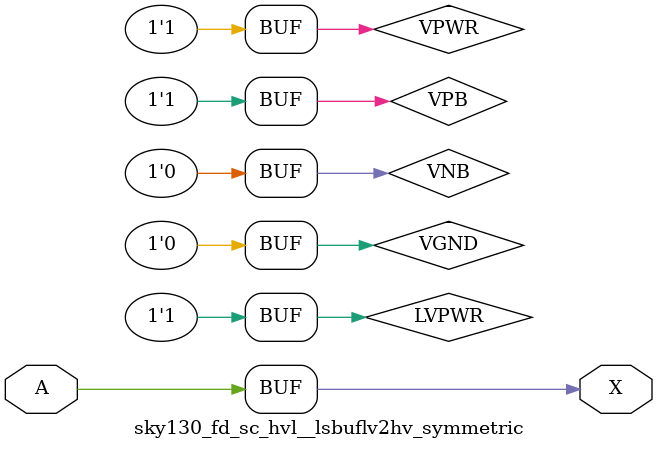
<source format=v>
/*
 * Copyright 2020 The SkyWater PDK Authors
 *
 * Licensed under the Apache License, Version 2.0 (the "License");
 * you may not use this file except in compliance with the License.
 * You may obtain a copy of the License at
 *
 *     https://www.apache.org/licenses/LICENSE-2.0
 *
 * Unless required by applicable law or agreed to in writing, software
 * distributed under the License is distributed on an "AS IS" BASIS,
 * WITHOUT WARRANTIES OR CONDITIONS OF ANY KIND, either express or implied.
 * See the License for the specific language governing permissions and
 * limitations under the License.
 *
 * SPDX-License-Identifier: Apache-2.0
*/


`ifndef SKY130_FD_SC_HVL__LSBUFLV2HV_SYMMETRIC_BEHAVIORAL_V
`define SKY130_FD_SC_HVL__LSBUFLV2HV_SYMMETRIC_BEHAVIORAL_V

/**
 * lsbuflv2hv_symmetric: Level shifting buffer, Low Voltage to High
 *                       Voltage, Symmetrical.
 *
 * Verilog simulation functional model.
 */

`timescale 1ns / 1ps
`default_nettype none

`celldefine
module sky130_fd_sc_hvl__lsbuflv2hv_symmetric (
    X,
    A
);

    // Module ports
    output X;
    input  A;

    // Module supplies
    supply1 VPWR ;
    supply0 VGND ;
    supply1 LVPWR;
    supply1 VPB  ;
    supply0 VNB  ;

    //  Name  Output  Other arguments
    buf buf0 (X     , A              );

endmodule
`endcelldefine

`default_nettype wire
`endif  // SKY130_FD_SC_HVL__LSBUFLV2HV_SYMMETRIC_BEHAVIORAL_V
</source>
